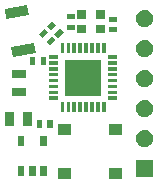
<source format=gts>
G04 (created by PCBNEW (2013-jul-07)-stable) date Sun 10 Jul 2016 07:30:01 PM EDT*
%MOIN*%
G04 Gerber Fmt 3.4, Leading zero omitted, Abs format*
%FSLAX34Y34*%
G01*
G70*
G90*
G04 APERTURE LIST*
%ADD10C,0.00590551*%
G04 APERTURE END LIST*
G54D10*
G36*
X18485Y-17935D02*
X18214Y-17935D01*
X18214Y-17464D01*
X18485Y-17464D01*
X18485Y-17935D01*
X18485Y-17935D01*
G37*
G36*
X18847Y-18601D02*
X18626Y-18601D01*
X18626Y-18280D01*
X18847Y-18280D01*
X18847Y-18601D01*
X18847Y-18601D01*
G37*
G36*
X18847Y-19601D02*
X18626Y-19601D01*
X18626Y-19280D01*
X18847Y-19280D01*
X18847Y-19601D01*
X18847Y-19601D01*
G37*
G36*
X18901Y-16341D02*
X18430Y-16341D01*
X18430Y-16070D01*
X18901Y-16070D01*
X18901Y-16341D01*
X18901Y-16341D01*
G37*
G36*
X18901Y-16941D02*
X18430Y-16941D01*
X18430Y-16670D01*
X18901Y-16670D01*
X18901Y-16941D01*
X18901Y-16941D01*
G37*
G36*
X19004Y-14237D02*
X18248Y-14371D01*
X18190Y-14041D01*
X18946Y-13908D01*
X19004Y-14237D01*
X19004Y-14237D01*
G37*
G36*
X19085Y-17935D02*
X18814Y-17935D01*
X18814Y-17464D01*
X19085Y-17464D01*
X19085Y-17935D01*
X19085Y-17935D01*
G37*
G36*
X19210Y-15903D02*
X19033Y-15903D01*
X19033Y-15646D01*
X19210Y-15646D01*
X19210Y-15903D01*
X19210Y-15903D01*
G37*
G36*
X19222Y-19601D02*
X19001Y-19601D01*
X19001Y-19280D01*
X19222Y-19280D01*
X19222Y-19601D01*
X19222Y-19601D01*
G37*
G36*
X19227Y-15498D02*
X18470Y-15631D01*
X18412Y-15301D01*
X19168Y-15168D01*
X19227Y-15498D01*
X19227Y-15498D01*
G37*
G36*
X19435Y-18000D02*
X19258Y-18000D01*
X19258Y-17743D01*
X19435Y-17743D01*
X19435Y-18000D01*
X19435Y-18000D01*
G37*
G36*
X19564Y-15903D02*
X19387Y-15903D01*
X19387Y-15646D01*
X19564Y-15646D01*
X19564Y-15903D01*
X19564Y-15903D01*
G37*
G36*
X19597Y-18601D02*
X19376Y-18601D01*
X19376Y-18280D01*
X19597Y-18280D01*
X19597Y-18601D01*
X19597Y-18601D01*
G37*
G36*
X19597Y-19601D02*
X19376Y-19601D01*
X19376Y-19280D01*
X19597Y-19280D01*
X19597Y-19601D01*
X19597Y-19601D01*
G37*
G36*
X19644Y-14814D02*
X19462Y-14996D01*
X19337Y-14870D01*
X19518Y-14689D01*
X19644Y-14814D01*
X19644Y-14814D01*
G37*
G36*
X19789Y-18000D02*
X19612Y-18000D01*
X19612Y-17743D01*
X19789Y-17743D01*
X19789Y-18000D01*
X19789Y-18000D01*
G37*
G36*
X19894Y-15065D02*
X19713Y-15246D01*
X19587Y-15121D01*
X19769Y-14939D01*
X19894Y-15065D01*
X19894Y-15065D01*
G37*
G36*
X19908Y-14552D02*
X19726Y-14734D01*
X19601Y-14608D01*
X19782Y-14427D01*
X19908Y-14552D01*
X19908Y-14552D01*
G37*
G36*
X19982Y-15691D02*
X19661Y-15691D01*
X19661Y-15570D01*
X19982Y-15570D01*
X19982Y-15691D01*
X19982Y-15691D01*
G37*
G36*
X19982Y-15888D02*
X19661Y-15888D01*
X19661Y-15767D01*
X19982Y-15767D01*
X19982Y-15888D01*
X19982Y-15888D01*
G37*
G36*
X19982Y-16085D02*
X19661Y-16085D01*
X19661Y-15964D01*
X19982Y-15964D01*
X19982Y-16085D01*
X19982Y-16085D01*
G37*
G36*
X19982Y-16282D02*
X19661Y-16282D01*
X19661Y-16161D01*
X19982Y-16161D01*
X19982Y-16282D01*
X19982Y-16282D01*
G37*
G36*
X19982Y-16478D02*
X19661Y-16478D01*
X19661Y-16357D01*
X19982Y-16357D01*
X19982Y-16478D01*
X19982Y-16478D01*
G37*
G36*
X19982Y-16675D02*
X19661Y-16675D01*
X19661Y-16554D01*
X19982Y-16554D01*
X19982Y-16675D01*
X19982Y-16675D01*
G37*
G36*
X19982Y-16872D02*
X19661Y-16872D01*
X19661Y-16751D01*
X19982Y-16751D01*
X19982Y-16872D01*
X19982Y-16872D01*
G37*
G36*
X19982Y-17069D02*
X19661Y-17069D01*
X19661Y-16948D01*
X19982Y-16948D01*
X19982Y-17069D01*
X19982Y-17069D01*
G37*
G36*
X20158Y-14803D02*
X19977Y-14984D01*
X19851Y-14859D01*
X20033Y-14677D01*
X20158Y-14803D01*
X20158Y-14803D01*
G37*
G36*
X20177Y-15496D02*
X20056Y-15496D01*
X20056Y-15175D01*
X20177Y-15175D01*
X20177Y-15496D01*
X20177Y-15496D01*
G37*
G36*
X20177Y-17464D02*
X20056Y-17464D01*
X20056Y-17143D01*
X20177Y-17143D01*
X20177Y-17464D01*
X20177Y-17464D01*
G37*
G36*
X20374Y-15496D02*
X20253Y-15496D01*
X20253Y-15175D01*
X20374Y-15175D01*
X20374Y-15496D01*
X20374Y-15496D01*
G37*
G36*
X20374Y-17464D02*
X20253Y-17464D01*
X20253Y-17143D01*
X20374Y-17143D01*
X20374Y-17464D01*
X20374Y-17464D01*
G37*
G36*
X20394Y-18234D02*
X19980Y-18234D01*
X19980Y-17859D01*
X20394Y-17859D01*
X20394Y-18234D01*
X20394Y-18234D01*
G37*
G36*
X20394Y-19690D02*
X19980Y-19690D01*
X19980Y-19316D01*
X20394Y-19316D01*
X20394Y-19690D01*
X20394Y-19690D01*
G37*
G36*
X20524Y-14379D02*
X20267Y-14379D01*
X20267Y-14202D01*
X20524Y-14202D01*
X20524Y-14379D01*
X20524Y-14379D01*
G37*
G36*
X20524Y-14733D02*
X20267Y-14733D01*
X20267Y-14556D01*
X20524Y-14556D01*
X20524Y-14733D01*
X20524Y-14733D01*
G37*
G36*
X20571Y-15496D02*
X20450Y-15496D01*
X20450Y-15175D01*
X20571Y-15175D01*
X20571Y-15496D01*
X20571Y-15496D01*
G37*
G36*
X20571Y-17464D02*
X20450Y-17464D01*
X20450Y-17143D01*
X20571Y-17143D01*
X20571Y-17464D01*
X20571Y-17464D01*
G37*
G36*
X20768Y-15496D02*
X20647Y-15496D01*
X20647Y-15175D01*
X20768Y-15175D01*
X20768Y-15496D01*
X20768Y-15496D01*
G37*
G36*
X20768Y-17464D02*
X20647Y-17464D01*
X20647Y-17143D01*
X20768Y-17143D01*
X20768Y-17464D01*
X20768Y-17464D01*
G37*
G36*
X20906Y-14373D02*
X20611Y-14373D01*
X20611Y-14077D01*
X20906Y-14077D01*
X20906Y-14373D01*
X20906Y-14373D01*
G37*
G36*
X20906Y-14846D02*
X20611Y-14846D01*
X20611Y-14550D01*
X20906Y-14550D01*
X20906Y-14846D01*
X20906Y-14846D01*
G37*
G36*
X20964Y-15496D02*
X20843Y-15496D01*
X20843Y-15175D01*
X20964Y-15175D01*
X20964Y-15496D01*
X20964Y-15496D01*
G37*
G36*
X20964Y-17464D02*
X20843Y-17464D01*
X20843Y-17143D01*
X20964Y-17143D01*
X20964Y-17464D01*
X20964Y-17464D01*
G37*
G36*
X21161Y-15496D02*
X21040Y-15496D01*
X21040Y-15175D01*
X21161Y-15175D01*
X21161Y-15496D01*
X21161Y-15496D01*
G37*
G36*
X21161Y-17464D02*
X21040Y-17464D01*
X21040Y-17143D01*
X21161Y-17143D01*
X21161Y-17464D01*
X21161Y-17464D01*
G37*
G36*
X21358Y-15496D02*
X21237Y-15496D01*
X21237Y-15175D01*
X21358Y-15175D01*
X21358Y-15496D01*
X21358Y-15496D01*
G37*
G36*
X21358Y-17464D02*
X21237Y-17464D01*
X21237Y-17143D01*
X21358Y-17143D01*
X21358Y-17464D01*
X21358Y-17464D01*
G37*
G36*
X21406Y-16920D02*
X20205Y-16920D01*
X20205Y-15719D01*
X21406Y-15719D01*
X21406Y-16920D01*
X21406Y-16920D01*
G37*
G36*
X21536Y-14373D02*
X21241Y-14373D01*
X21241Y-14077D01*
X21536Y-14077D01*
X21536Y-14373D01*
X21536Y-14373D01*
G37*
G36*
X21536Y-14846D02*
X21241Y-14846D01*
X21241Y-14550D01*
X21536Y-14550D01*
X21536Y-14846D01*
X21536Y-14846D01*
G37*
G36*
X21555Y-15496D02*
X21434Y-15496D01*
X21434Y-15175D01*
X21555Y-15175D01*
X21555Y-15496D01*
X21555Y-15496D01*
G37*
G36*
X21555Y-17464D02*
X21434Y-17464D01*
X21434Y-17143D01*
X21555Y-17143D01*
X21555Y-17464D01*
X21555Y-17464D01*
G37*
G36*
X21928Y-14461D02*
X21671Y-14461D01*
X21671Y-14284D01*
X21928Y-14284D01*
X21928Y-14461D01*
X21928Y-14461D01*
G37*
G36*
X21928Y-14815D02*
X21671Y-14815D01*
X21671Y-14638D01*
X21928Y-14638D01*
X21928Y-14815D01*
X21928Y-14815D01*
G37*
G36*
X21950Y-15691D02*
X21629Y-15691D01*
X21629Y-15570D01*
X21950Y-15570D01*
X21950Y-15691D01*
X21950Y-15691D01*
G37*
G36*
X21950Y-15888D02*
X21629Y-15888D01*
X21629Y-15767D01*
X21950Y-15767D01*
X21950Y-15888D01*
X21950Y-15888D01*
G37*
G36*
X21950Y-16085D02*
X21629Y-16085D01*
X21629Y-15964D01*
X21950Y-15964D01*
X21950Y-16085D01*
X21950Y-16085D01*
G37*
G36*
X21950Y-16282D02*
X21629Y-16282D01*
X21629Y-16161D01*
X21950Y-16161D01*
X21950Y-16282D01*
X21950Y-16282D01*
G37*
G36*
X21950Y-16478D02*
X21629Y-16478D01*
X21629Y-16357D01*
X21950Y-16357D01*
X21950Y-16478D01*
X21950Y-16478D01*
G37*
G36*
X21950Y-16675D02*
X21629Y-16675D01*
X21629Y-16554D01*
X21950Y-16554D01*
X21950Y-16675D01*
X21950Y-16675D01*
G37*
G36*
X21950Y-16872D02*
X21629Y-16872D01*
X21629Y-16751D01*
X21950Y-16751D01*
X21950Y-16872D01*
X21950Y-16872D01*
G37*
G36*
X21950Y-17069D02*
X21629Y-17069D01*
X21629Y-16948D01*
X21950Y-16948D01*
X21950Y-17069D01*
X21950Y-17069D01*
G37*
G36*
X22087Y-18234D02*
X21673Y-18234D01*
X21673Y-17859D01*
X22087Y-17859D01*
X22087Y-18234D01*
X22087Y-18234D01*
G37*
G36*
X22087Y-19690D02*
X21673Y-19690D01*
X21673Y-19316D01*
X22087Y-19316D01*
X22087Y-19690D01*
X22087Y-19690D01*
G37*
G36*
X23141Y-14322D02*
X23140Y-14385D01*
X23127Y-14440D01*
X23105Y-14491D01*
X23072Y-14537D01*
X23032Y-14575D01*
X22984Y-14605D01*
X22933Y-14625D01*
X22877Y-14635D01*
X22822Y-14634D01*
X22767Y-14622D01*
X22716Y-14600D01*
X22670Y-14567D01*
X22631Y-14528D01*
X22601Y-14480D01*
X22580Y-14429D01*
X22570Y-14373D01*
X22571Y-14318D01*
X22583Y-14262D01*
X22604Y-14212D01*
X22636Y-14165D01*
X22676Y-14127D01*
X22723Y-14095D01*
X22774Y-14075D01*
X22830Y-14064D01*
X22885Y-14065D01*
X22941Y-14076D01*
X22991Y-14097D01*
X23038Y-14129D01*
X23077Y-14168D01*
X23109Y-14215D01*
X23130Y-14266D01*
X23130Y-14267D01*
X23141Y-14322D01*
X23141Y-14322D01*
X23141Y-14322D01*
G37*
G36*
X23141Y-15322D02*
X23140Y-15385D01*
X23127Y-15440D01*
X23105Y-15491D01*
X23072Y-15537D01*
X23032Y-15575D01*
X22984Y-15605D01*
X22933Y-15625D01*
X22877Y-15635D01*
X22822Y-15634D01*
X22767Y-15622D01*
X22716Y-15600D01*
X22670Y-15567D01*
X22631Y-15528D01*
X22601Y-15480D01*
X22580Y-15429D01*
X22570Y-15373D01*
X22571Y-15318D01*
X22583Y-15262D01*
X22604Y-15212D01*
X22636Y-15165D01*
X22676Y-15127D01*
X22723Y-15095D01*
X22774Y-15075D01*
X22830Y-15064D01*
X22885Y-15065D01*
X22941Y-15076D01*
X22991Y-15097D01*
X23038Y-15129D01*
X23077Y-15168D01*
X23109Y-15215D01*
X23130Y-15266D01*
X23130Y-15267D01*
X23141Y-15322D01*
X23141Y-15322D01*
X23141Y-15322D01*
G37*
G36*
X23141Y-16322D02*
X23140Y-16385D01*
X23127Y-16440D01*
X23105Y-16491D01*
X23072Y-16537D01*
X23032Y-16575D01*
X22984Y-16605D01*
X22933Y-16625D01*
X22877Y-16635D01*
X22822Y-16634D01*
X22767Y-16622D01*
X22716Y-16600D01*
X22670Y-16567D01*
X22631Y-16528D01*
X22601Y-16480D01*
X22580Y-16429D01*
X22570Y-16373D01*
X22571Y-16318D01*
X22583Y-16262D01*
X22604Y-16212D01*
X22636Y-16165D01*
X22676Y-16127D01*
X22723Y-16095D01*
X22774Y-16075D01*
X22830Y-16064D01*
X22885Y-16065D01*
X22941Y-16076D01*
X22991Y-16097D01*
X23038Y-16129D01*
X23077Y-16168D01*
X23109Y-16215D01*
X23130Y-16266D01*
X23130Y-16267D01*
X23141Y-16322D01*
X23141Y-16322D01*
X23141Y-16322D01*
G37*
G36*
X23141Y-17322D02*
X23140Y-17385D01*
X23127Y-17440D01*
X23105Y-17491D01*
X23072Y-17537D01*
X23032Y-17575D01*
X22984Y-17605D01*
X22933Y-17625D01*
X22877Y-17635D01*
X22822Y-17634D01*
X22767Y-17622D01*
X22716Y-17600D01*
X22670Y-17567D01*
X22631Y-17528D01*
X22601Y-17480D01*
X22580Y-17429D01*
X22570Y-17373D01*
X22571Y-17318D01*
X22583Y-17262D01*
X22604Y-17212D01*
X22636Y-17165D01*
X22676Y-17127D01*
X22723Y-17095D01*
X22774Y-17075D01*
X22830Y-17064D01*
X22885Y-17065D01*
X22941Y-17076D01*
X22991Y-17097D01*
X23038Y-17129D01*
X23077Y-17168D01*
X23109Y-17215D01*
X23130Y-17266D01*
X23130Y-17267D01*
X23141Y-17322D01*
X23141Y-17322D01*
X23141Y-17322D01*
G37*
G36*
X23141Y-18322D02*
X23140Y-18385D01*
X23127Y-18440D01*
X23105Y-18491D01*
X23072Y-18537D01*
X23032Y-18575D01*
X22984Y-18605D01*
X22933Y-18625D01*
X22877Y-18635D01*
X22822Y-18634D01*
X22767Y-18622D01*
X22716Y-18600D01*
X22670Y-18567D01*
X22631Y-18528D01*
X22601Y-18480D01*
X22580Y-18429D01*
X22570Y-18373D01*
X22571Y-18318D01*
X22583Y-18262D01*
X22604Y-18212D01*
X22636Y-18165D01*
X22676Y-18127D01*
X22723Y-18095D01*
X22774Y-18075D01*
X22830Y-18064D01*
X22885Y-18065D01*
X22941Y-18076D01*
X22991Y-18097D01*
X23038Y-18129D01*
X23077Y-18168D01*
X23109Y-18215D01*
X23130Y-18266D01*
X23130Y-18267D01*
X23141Y-18322D01*
X23141Y-18322D01*
X23141Y-18322D01*
G37*
G36*
X23141Y-19635D02*
X22570Y-19635D01*
X22570Y-19064D01*
X23141Y-19064D01*
X23141Y-19635D01*
X23141Y-19635D01*
G37*
M02*

</source>
